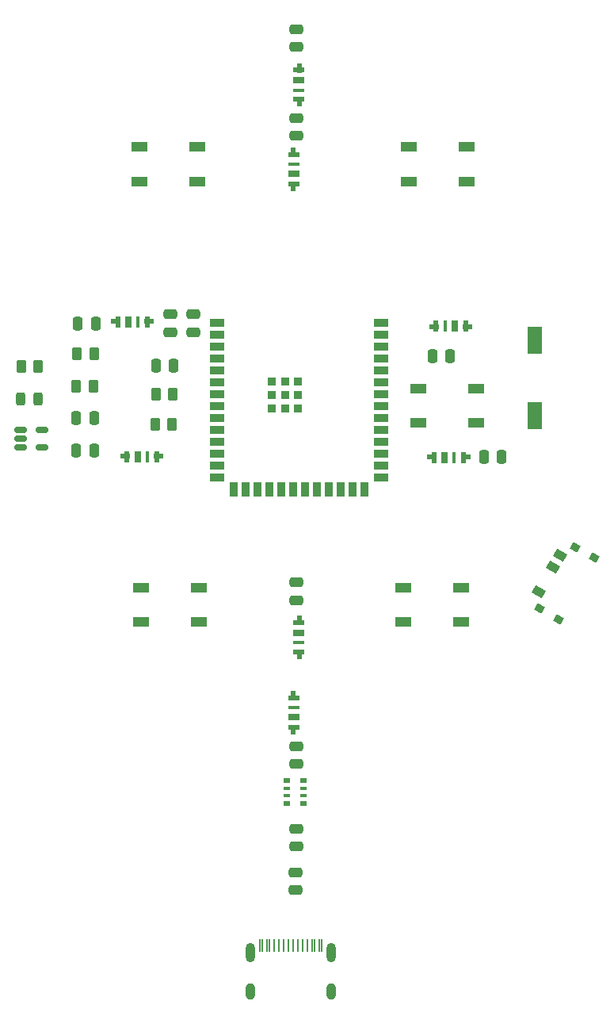
<source format=gbr>
%TF.GenerationSoftware,KiCad,Pcbnew,(6.99.0-1239-g6d82490b59-dirty)*%
%TF.CreationDate,2022-03-26T15:26:58-05:00*%
%TF.ProjectId,LayoutBottom,4c61796f-7574-4426-9f74-746f6d2e6b69,rev?*%
%TF.SameCoordinates,Original*%
%TF.FileFunction,Paste,Top*%
%TF.FilePolarity,Positive*%
%FSLAX46Y46*%
G04 Gerber Fmt 4.6, Leading zero omitted, Abs format (unit mm)*
G04 Created by KiCad (PCBNEW (6.99.0-1239-g6d82490b59-dirty)) date 2022-03-26 15:26:58*
%MOMM*%
%LPD*%
G01*
G04 APERTURE LIST*
G04 Aperture macros list*
%AMRoundRect*
0 Rectangle with rounded corners*
0 $1 Rounding radius*
0 $2 $3 $4 $5 $6 $7 $8 $9 X,Y pos of 4 corners*
0 Add a 4 corners polygon primitive as box body*
4,1,4,$2,$3,$4,$5,$6,$7,$8,$9,$2,$3,0*
0 Add four circle primitives for the rounded corners*
1,1,$1+$1,$2,$3*
1,1,$1+$1,$4,$5*
1,1,$1+$1,$6,$7*
1,1,$1+$1,$8,$9*
0 Add four rect primitives between the rounded corners*
20,1,$1+$1,$2,$3,$4,$5,0*
20,1,$1+$1,$4,$5,$6,$7,0*
20,1,$1+$1,$6,$7,$8,$9,0*
20,1,$1+$1,$8,$9,$2,$3,0*%
%AMRotRect*
0 Rectangle, with rotation*
0 The origin of the aperture is its center*
0 $1 length*
0 $2 width*
0 $3 Rotation angle, in degrees counterclockwise*
0 Add horizontal line*
21,1,$1,$2,0,0,$3*%
G04 Aperture macros list end*
%ADD10R,1.600000X3.000000*%
%ADD11RoundRect,0.250000X-0.262500X-0.450000X0.262500X-0.450000X0.262500X0.450000X-0.262500X0.450000X0*%
%ADD12RoundRect,0.250000X0.475000X-0.250000X0.475000X0.250000X-0.475000X0.250000X-0.475000X-0.250000X0*%
%ADD13R,0.550000X1.000000*%
%ADD14R,1.200000X0.550000*%
%ADD15R,1.200000X0.700000*%
%ADD16R,1.200000X0.450000*%
%ADD17RoundRect,0.250000X-0.250000X-0.475000X0.250000X-0.475000X0.250000X0.475000X-0.250000X0.475000X0*%
%ADD18RoundRect,0.250000X0.250000X0.475000X-0.250000X0.475000X-0.250000X-0.475000X0.250000X-0.475000X0*%
%ADD19RoundRect,0.250000X0.262500X0.450000X-0.262500X0.450000X-0.262500X-0.450000X0.262500X-0.450000X0*%
%ADD20R,0.800000X0.500000*%
%ADD21R,0.800000X0.400000*%
%ADD22R,0.250000X1.400000*%
%ADD23O,1.000000X2.100000*%
%ADD24O,1.000000X1.800000*%
%ADD25RoundRect,0.150000X-0.512500X-0.150000X0.512500X-0.150000X0.512500X0.150000X-0.512500X0.150000X0*%
%ADD26R,1.800000X1.100000*%
%ADD27RotRect,0.900000X1.250000X240.000000*%
%ADD28RotRect,0.800000X0.900000X240.000000*%
%ADD29RoundRect,0.250000X-0.475000X0.250000X-0.475000X-0.250000X0.475000X-0.250000X0.475000X0.250000X0*%
%ADD30R,1.000000X0.550000*%
%ADD31R,0.550000X1.200000*%
%ADD32R,0.700000X1.200000*%
%ADD33R,0.450000X1.200000*%
%ADD34R,1.500000X0.900000*%
%ADD35R,0.900000X1.500000*%
%ADD36R,0.900000X0.900000*%
%ADD37RoundRect,0.243750X0.243750X0.456250X-0.243750X0.456250X-0.243750X-0.456250X0.243750X-0.456250X0*%
G04 APERTURE END LIST*
D10*
%TO.C,BZ1*%
X166999999Y-105799999D03*
X166999999Y-97799999D03*
%TD*%
D11*
%TO.C,R5*%
X126425000Y-106750000D03*
X128250000Y-106750000D03*
%TD*%
D12*
%TO.C,C19*%
X141500000Y-125500000D03*
X141500000Y-123600000D03*
%TD*%
%TO.C,C3*%
X141500000Y-151800000D03*
X141500000Y-149900000D03*
%TD*%
D13*
%TO.C,U9*%
X141137499Y-139312499D03*
D14*
X141212499Y-139087499D03*
D15*
X141212499Y-137962499D03*
D16*
X141212499Y-136937499D03*
D14*
X141212499Y-135937499D03*
D13*
X141137499Y-135712499D03*
%TD*%
D17*
%TO.C,C4*%
X156050000Y-99500000D03*
X157950000Y-99500000D03*
%TD*%
D18*
%TO.C,C17*%
X120050000Y-96000000D03*
X118150000Y-96000000D03*
%TD*%
D19*
%TO.C,R2*%
X119812500Y-102700000D03*
X117987500Y-102700000D03*
%TD*%
D20*
%TO.C,RN1*%
X140499999Y-144799999D03*
D21*
X140499999Y-145599999D03*
X140499999Y-146399999D03*
D20*
X140499999Y-147199999D03*
X142299999Y-147199999D03*
D21*
X142299999Y-146399999D03*
X142299999Y-145599999D03*
D20*
X142299999Y-144799999D03*
%TD*%
D11*
%TO.C,R1*%
X112087500Y-100600000D03*
X113912500Y-100600000D03*
%TD*%
D12*
%TO.C,C10*%
X128000000Y-96900000D03*
X128000000Y-95000000D03*
%TD*%
D19*
%TO.C,R3*%
X119912500Y-99250000D03*
X118087500Y-99250000D03*
%TD*%
D22*
%TO.C,P1*%
X137574999Y-162399999D03*
X138374999Y-162399999D03*
X139649999Y-162399999D03*
X140649999Y-162399999D03*
X141149999Y-162399999D03*
X139149999Y-162399999D03*
X143424999Y-162399999D03*
X144224999Y-162399999D03*
X143974999Y-162399999D03*
X143174999Y-162399999D03*
X142649999Y-162399999D03*
X141649999Y-162399999D03*
X140149999Y-162399999D03*
X142149999Y-162399999D03*
X138624999Y-162399999D03*
X137824999Y-162399999D03*
D23*
X136579999Y-163099999D03*
D24*
X136579999Y-167249999D03*
D23*
X145219999Y-163099999D03*
D24*
X145219999Y-167249999D03*
%TD*%
D25*
%TO.C,U1*%
X112062500Y-107300000D03*
X112062500Y-108250000D03*
X112062500Y-109200000D03*
X114337500Y-109200000D03*
X114337500Y-107300000D03*
%TD*%
D19*
%TO.C,R4*%
X128325000Y-103500000D03*
X126500000Y-103500000D03*
%TD*%
D26*
%TO.C,SW4*%
X153499999Y-77149999D03*
X159699999Y-77149999D03*
X153499999Y-80849999D03*
X159699999Y-80849999D03*
%TD*%
D13*
%TO.C,U4*%
X141137499Y-81312499D03*
D14*
X141212499Y-81087499D03*
D15*
X141212499Y-79962499D03*
D16*
X141212499Y-78937499D03*
D14*
X141212499Y-77937499D03*
D13*
X141137499Y-77712499D03*
%TD*%
D27*
%TO.C,SW1*%
X169684695Y-120688942D03*
X168934695Y-121987980D03*
X167434695Y-124586056D03*
D28*
X173295928Y-120984102D03*
X171304070Y-119834102D03*
X169495928Y-127565896D03*
X167499070Y-126424556D03*
%TD*%
D29*
%TO.C,C15*%
X141500000Y-74050000D03*
X141500000Y-75950000D03*
%TD*%
D30*
%TO.C,U6*%
X122187499Y-95724999D03*
D31*
X122412499Y-95799999D03*
D32*
X123537499Y-95799999D03*
D33*
X124562499Y-95799999D03*
D31*
X125562499Y-95799999D03*
D30*
X125787499Y-95724999D03*
%TD*%
D17*
%TO.C,C1*%
X118000000Y-106100000D03*
X119900000Y-106100000D03*
%TD*%
D34*
%TO.C,U3*%
X133049999Y-95889999D03*
X133049999Y-97159999D03*
X133049999Y-98429999D03*
X133049999Y-99699999D03*
X133049999Y-100969999D03*
X133049999Y-102239999D03*
X133049999Y-103509999D03*
X133049999Y-104779999D03*
X133049999Y-106049999D03*
X133049999Y-107319999D03*
X133049999Y-108589999D03*
X133049999Y-109859999D03*
X133049999Y-111129999D03*
X133049999Y-112399999D03*
D35*
X134814999Y-113649999D03*
X136084999Y-113649999D03*
X137354999Y-113649999D03*
X138624999Y-113649999D03*
X139894999Y-113649999D03*
X141164999Y-113649999D03*
X142434999Y-113649999D03*
X143704999Y-113649999D03*
X144974999Y-113649999D03*
X146244999Y-113649999D03*
X147514999Y-113649999D03*
X148784999Y-113649999D03*
D34*
X150549999Y-112399999D03*
X150549999Y-111129999D03*
X150549999Y-109859999D03*
X150549999Y-108589999D03*
X150549999Y-107319999D03*
X150549999Y-106049999D03*
X150549999Y-104779999D03*
X150549999Y-103509999D03*
X150549999Y-102239999D03*
X150549999Y-100969999D03*
X150549999Y-99699999D03*
X150549999Y-98429999D03*
X150549999Y-97159999D03*
X150549999Y-95889999D03*
D36*
X138899999Y-102209999D03*
X138899999Y-103609999D03*
X138899999Y-105009999D03*
X140299999Y-102209999D03*
X140299999Y-103609999D03*
X140299999Y-105009999D03*
X141699999Y-102209999D03*
X141699999Y-103609999D03*
X141699999Y-105009999D03*
%TD*%
D17*
%TO.C,C21*%
X161550000Y-110250000D03*
X163450000Y-110250000D03*
%TD*%
D12*
%TO.C,C2*%
X141450000Y-156450000D03*
X141450000Y-154550000D03*
%TD*%
%TO.C,C16*%
X141500000Y-66450000D03*
X141500000Y-64550000D03*
%TD*%
D18*
%TO.C,C18*%
X119900000Y-109500000D03*
X118000000Y-109500000D03*
%TD*%
D37*
%TO.C,D1*%
X113937500Y-104000000D03*
X112062500Y-104000000D03*
%TD*%
D18*
%TO.C,C7*%
X128400000Y-100500000D03*
X126500000Y-100500000D03*
%TD*%
D26*
%TO.C,SW2*%
X160699999Y-106599999D03*
X154499999Y-106599999D03*
X160699999Y-102899999D03*
X154499999Y-102899999D03*
%TD*%
D29*
%TO.C,C20*%
X141500000Y-141100000D03*
X141500000Y-143000000D03*
%TD*%
D13*
%TO.C,U5*%
X141862499Y-68687499D03*
D14*
X141787499Y-68912499D03*
D15*
X141787499Y-70037499D03*
D16*
X141787499Y-71062499D03*
D14*
X141787499Y-72062499D03*
D13*
X141862499Y-72287499D03*
%TD*%
%TO.C,U8*%
X141862499Y-127687499D03*
D14*
X141787499Y-127912499D03*
D15*
X141787499Y-129037499D03*
D16*
X141787499Y-130062499D03*
D14*
X141787499Y-131062499D03*
D13*
X141862499Y-131287499D03*
%TD*%
D30*
%TO.C,U2*%
X159812499Y-96362499D03*
D31*
X159587499Y-96287499D03*
D32*
X158462499Y-96287499D03*
D33*
X157437499Y-96287499D03*
D31*
X156437499Y-96287499D03*
D30*
X156212499Y-96362499D03*
%TD*%
D26*
%TO.C,SW5*%
X131099999Y-127849999D03*
X124899999Y-127849999D03*
X131099999Y-124149999D03*
X124899999Y-124149999D03*
%TD*%
D12*
%TO.C,C9*%
X130500000Y-96900000D03*
X130500000Y-95000000D03*
%TD*%
D30*
%TO.C,U7*%
X123187499Y-110137499D03*
D31*
X123412499Y-110212499D03*
D32*
X124537499Y-110212499D03*
D33*
X125562499Y-110212499D03*
D31*
X126562499Y-110212499D03*
D30*
X126787499Y-110137499D03*
%TD*%
D26*
%TO.C,SW6*%
X152899999Y-124149999D03*
X159099999Y-124149999D03*
X152899999Y-127849999D03*
X159099999Y-127849999D03*
%TD*%
D30*
%TO.C,U10*%
X155999999Y-110224999D03*
D31*
X156224999Y-110299999D03*
D32*
X157349999Y-110299999D03*
D33*
X158374999Y-110299999D03*
D31*
X159374999Y-110299999D03*
D30*
X159599999Y-110224999D03*
%TD*%
D26*
%TO.C,SW3*%
X124699999Y-77149999D03*
X130899999Y-77149999D03*
X124699999Y-80849999D03*
X130899999Y-80849999D03*
%TD*%
M02*

</source>
